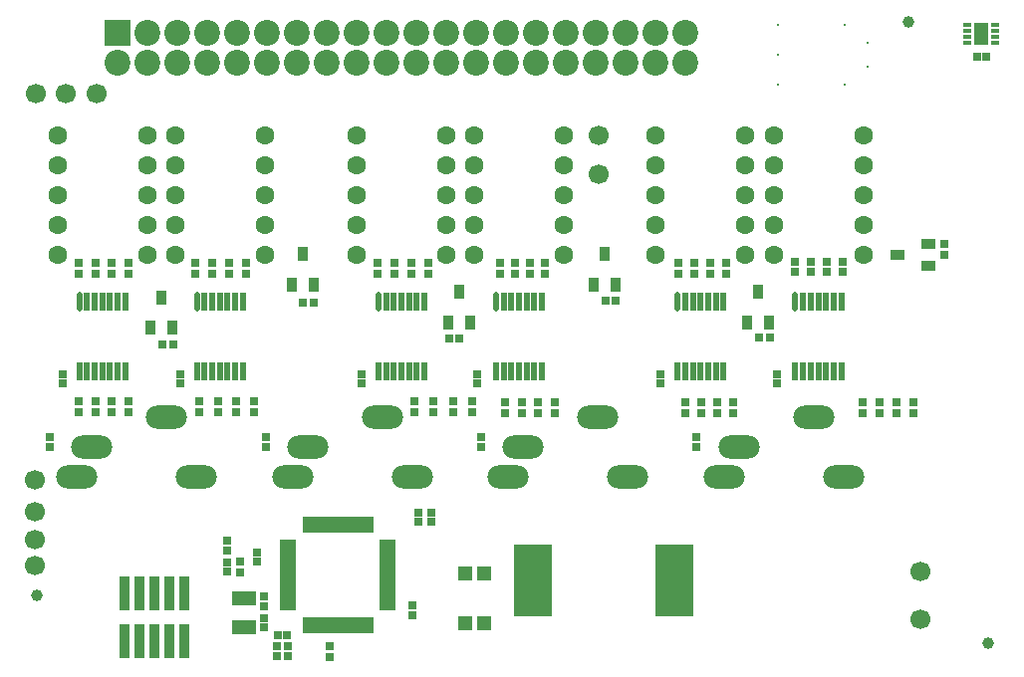
<source format=gbs>
G04*
G04 #@! TF.GenerationSoftware,Altium Limited,Altium Designer,23.9.2 (47)*
G04*
G04 Layer_Color=16711935*
%FSLAX44Y44*%
%MOMM*%
G71*
G04*
G04 #@! TF.SameCoordinates,77EFA038-BFC7-4AA8-AC78-54DD78BCB62B*
G04*
G04*
G04 #@! TF.FilePolarity,Negative*
G04*
G01*
G75*
%ADD11C,1.0000*%
%ADD13O,3.5000X2.0000*%
%ADD14C,0.2000*%
%ADD15R,2.2000X2.2000*%
%ADD16C,2.2000*%
%ADD17C,1.6000*%
%ADD45C,1.7000*%
%ADD46R,0.6500X0.7500*%
%ADD47R,0.9000X1.2000*%
%ADD48R,0.7500X0.6500*%
%ADD49R,1.2000X0.9000*%
%ADD50R,0.7500X0.4500*%
%ADD51R,1.2000X1.9000*%
%ADD52R,0.7200X0.7200*%
%ADD53R,0.7200X0.7200*%
%ADD54R,0.5500X1.4000*%
%ADD55R,1.4000X0.5500*%
%ADD56R,0.8500X2.9700*%
%ADD57R,2.1000X1.3000*%
%ADD58R,1.2000X1.2000*%
%ADD59R,0.5500X1.6500*%
%ADD60O,0.5500X1.6500*%
%ADD61R,3.2000X6.2000*%
D11*
X756000Y547000D02*
D03*
X14924Y60000D02*
D03*
X824000Y19000D02*
D03*
D13*
X599200Y160000D02*
D03*
X700800D02*
D03*
X675400Y210800D02*
D03*
X611900Y185400D02*
D03*
X415867Y160000D02*
D03*
X517467D02*
D03*
X492067Y210800D02*
D03*
X428567Y185400D02*
D03*
X232533Y160000D02*
D03*
X334133D02*
D03*
X308733Y210800D02*
D03*
X245233Y185400D02*
D03*
X49200Y160000D02*
D03*
X150800D02*
D03*
X125400Y210800D02*
D03*
X61900Y185400D02*
D03*
D14*
X644600Y519350D02*
D03*
Y493950D02*
D03*
Y544750D02*
D03*
X701750D02*
D03*
Y493950D02*
D03*
X720800Y529510D02*
D03*
Y509190D02*
D03*
D15*
X83700Y537700D02*
D03*
D16*
X109100D02*
D03*
X134500D02*
D03*
X159900D02*
D03*
X185300D02*
D03*
X210700D02*
D03*
X236100D02*
D03*
X261500D02*
D03*
X286900D02*
D03*
X312300D02*
D03*
X337700D02*
D03*
X363100D02*
D03*
X388500D02*
D03*
X413900D02*
D03*
X439300D02*
D03*
X464700D02*
D03*
X490100D02*
D03*
X515500D02*
D03*
X540900D02*
D03*
X566300D02*
D03*
X83700Y512300D02*
D03*
X109100D02*
D03*
X134500D02*
D03*
X159900D02*
D03*
X185300D02*
D03*
X210700D02*
D03*
X236100D02*
D03*
X261500D02*
D03*
X286900D02*
D03*
X312300D02*
D03*
X337700D02*
D03*
X363100D02*
D03*
X388500D02*
D03*
X413900D02*
D03*
X439300D02*
D03*
X464700D02*
D03*
X490100D02*
D03*
X515500D02*
D03*
X540900D02*
D03*
X566300D02*
D03*
D17*
X132580Y349200D02*
D03*
Y374600D02*
D03*
Y400000D02*
D03*
Y425400D02*
D03*
Y450800D02*
D03*
X208780Y349200D02*
D03*
Y374600D02*
D03*
Y400000D02*
D03*
Y425400D02*
D03*
Y450800D02*
D03*
X32580Y349200D02*
D03*
Y374600D02*
D03*
Y400000D02*
D03*
Y425400D02*
D03*
Y450800D02*
D03*
X108780Y349200D02*
D03*
Y374600D02*
D03*
Y400000D02*
D03*
Y425400D02*
D03*
Y450800D02*
D03*
X386900Y349200D02*
D03*
Y374600D02*
D03*
Y400000D02*
D03*
Y425400D02*
D03*
Y450800D02*
D03*
X463100Y349200D02*
D03*
Y374600D02*
D03*
Y400000D02*
D03*
Y425400D02*
D03*
Y450800D02*
D03*
X286900Y349200D02*
D03*
Y374600D02*
D03*
Y400000D02*
D03*
Y425400D02*
D03*
Y450800D02*
D03*
X363100Y349200D02*
D03*
Y374600D02*
D03*
Y400000D02*
D03*
Y425400D02*
D03*
Y450800D02*
D03*
X641220Y349200D02*
D03*
Y374600D02*
D03*
Y400000D02*
D03*
Y425400D02*
D03*
Y450800D02*
D03*
X717420Y349200D02*
D03*
Y374600D02*
D03*
Y400000D02*
D03*
Y425400D02*
D03*
Y450800D02*
D03*
X541220Y349200D02*
D03*
Y374600D02*
D03*
Y400000D02*
D03*
Y425400D02*
D03*
Y450800D02*
D03*
X617420Y349200D02*
D03*
Y374600D02*
D03*
Y400000D02*
D03*
Y425400D02*
D03*
Y450800D02*
D03*
D45*
X766000Y80000D02*
D03*
X66000Y486000D02*
D03*
X493000Y451000D02*
D03*
X14000Y486000D02*
D03*
X40000D02*
D03*
X766000Y39000D02*
D03*
X493000Y418000D02*
D03*
X13000Y157656D02*
D03*
Y130656D02*
D03*
Y106656D02*
D03*
Y84656D02*
D03*
D46*
X498396Y310666D02*
D03*
X507396D02*
D03*
X365500Y278000D02*
D03*
X374500D02*
D03*
X629000Y279000D02*
D03*
X638000D02*
D03*
X241418Y308920D02*
D03*
X250418D02*
D03*
X122000Y273000D02*
D03*
X131000D02*
D03*
X219208Y16684D02*
D03*
X228208D02*
D03*
X219208Y7684D02*
D03*
X228208D02*
D03*
D47*
X121000Y313000D02*
D03*
X130500Y287000D02*
D03*
X111500D02*
D03*
X241000Y350000D02*
D03*
X250500Y324000D02*
D03*
X231500D02*
D03*
X497500Y350000D02*
D03*
X507000Y324000D02*
D03*
X488000D02*
D03*
X374000Y318000D02*
D03*
X383500Y292000D02*
D03*
X364500D02*
D03*
X628000Y318000D02*
D03*
X637500Y292000D02*
D03*
X618500D02*
D03*
D48*
X786000Y349500D02*
D03*
Y358500D02*
D03*
X26000Y194500D02*
D03*
Y185500D02*
D03*
X177137Y106639D02*
D03*
Y97639D02*
D03*
X187431Y79500D02*
D03*
Y88500D02*
D03*
X264000Y7500D02*
D03*
Y16500D02*
D03*
X51000Y342500D02*
D03*
Y333500D02*
D03*
X65000Y342500D02*
D03*
Y333500D02*
D03*
X79000Y342500D02*
D03*
Y333500D02*
D03*
X93000Y342500D02*
D03*
Y333500D02*
D03*
X150000Y342500D02*
D03*
Y333500D02*
D03*
X164333Y342500D02*
D03*
Y333500D02*
D03*
X178667Y342500D02*
D03*
Y333500D02*
D03*
X193000Y342500D02*
D03*
Y333500D02*
D03*
X305000Y342500D02*
D03*
Y333500D02*
D03*
X319333Y342500D02*
D03*
Y333500D02*
D03*
X333667Y342500D02*
D03*
Y333500D02*
D03*
X348000Y342500D02*
D03*
Y333500D02*
D03*
X409000Y342500D02*
D03*
Y333500D02*
D03*
X421667Y342500D02*
D03*
Y333500D02*
D03*
X434333Y342500D02*
D03*
Y333500D02*
D03*
X447000Y342500D02*
D03*
Y333500D02*
D03*
X51000Y215500D02*
D03*
Y224500D02*
D03*
X65000Y215500D02*
D03*
Y224500D02*
D03*
X79000Y215500D02*
D03*
Y224500D02*
D03*
X93000Y215500D02*
D03*
Y224500D02*
D03*
X153217Y215500D02*
D03*
Y224500D02*
D03*
X168811Y215500D02*
D03*
Y224500D02*
D03*
X184405Y215500D02*
D03*
Y224500D02*
D03*
X200000Y215500D02*
D03*
Y224500D02*
D03*
X210000Y194500D02*
D03*
Y185500D02*
D03*
X336000Y215500D02*
D03*
Y224500D02*
D03*
X352333Y215500D02*
D03*
Y224500D02*
D03*
X368667Y215500D02*
D03*
Y224500D02*
D03*
X385000Y215500D02*
D03*
Y224500D02*
D03*
X393000Y194500D02*
D03*
Y185500D02*
D03*
X413000Y214500D02*
D03*
Y223500D02*
D03*
X427000Y214500D02*
D03*
Y223500D02*
D03*
X441000Y214500D02*
D03*
Y223500D02*
D03*
X455000Y214500D02*
D03*
Y223500D02*
D03*
X560000Y342500D02*
D03*
Y333500D02*
D03*
X573667Y342500D02*
D03*
Y333500D02*
D03*
X587333Y342500D02*
D03*
Y333500D02*
D03*
X601000Y342500D02*
D03*
Y333500D02*
D03*
X659000Y343500D02*
D03*
Y334500D02*
D03*
X672667Y343500D02*
D03*
Y334500D02*
D03*
X686333Y343500D02*
D03*
Y334500D02*
D03*
X700000Y343500D02*
D03*
Y334500D02*
D03*
X566000Y214500D02*
D03*
Y223500D02*
D03*
X579667Y214500D02*
D03*
Y223500D02*
D03*
X593333Y214500D02*
D03*
Y223500D02*
D03*
X607000Y214500D02*
D03*
Y223500D02*
D03*
X576000Y194500D02*
D03*
Y185500D02*
D03*
X717000Y214500D02*
D03*
Y223500D02*
D03*
X731333Y214500D02*
D03*
Y223500D02*
D03*
X745667Y214500D02*
D03*
Y223500D02*
D03*
X760000Y214500D02*
D03*
Y223500D02*
D03*
D49*
X747000Y349000D02*
D03*
X773000Y358500D02*
D03*
Y339500D02*
D03*
D50*
X829750Y544500D02*
D03*
Y539500D02*
D03*
Y534500D02*
D03*
Y529500D02*
D03*
X806250D02*
D03*
Y534500D02*
D03*
Y539500D02*
D03*
Y544500D02*
D03*
D51*
X818000Y537000D02*
D03*
D52*
X822000Y518000D02*
D03*
X814000D02*
D03*
X227708Y25684D02*
D03*
X219708D02*
D03*
D53*
X334000Y43000D02*
D03*
Y51000D02*
D03*
X177137Y79850D02*
D03*
Y87850D02*
D03*
X201941Y88403D02*
D03*
Y96403D02*
D03*
X208414Y58459D02*
D03*
Y50459D02*
D03*
X208299Y32208D02*
D03*
Y40209D02*
D03*
X339000Y122000D02*
D03*
Y130000D02*
D03*
X350000Y122000D02*
D03*
Y130000D02*
D03*
X37000Y240000D02*
D03*
Y248000D02*
D03*
X136618Y240000D02*
D03*
Y248000D02*
D03*
X291000Y240000D02*
D03*
Y248000D02*
D03*
X389000Y240000D02*
D03*
Y248000D02*
D03*
X545180Y240000D02*
D03*
Y248000D02*
D03*
X644000Y240000D02*
D03*
Y248000D02*
D03*
D54*
X243500Y34500D02*
D03*
X248500D02*
D03*
X253500D02*
D03*
X258500D02*
D03*
X263500D02*
D03*
X268500D02*
D03*
X273500D02*
D03*
X278500D02*
D03*
X283500D02*
D03*
X288500D02*
D03*
X293500D02*
D03*
X298500D02*
D03*
Y119500D02*
D03*
X293500D02*
D03*
X288500D02*
D03*
X283500D02*
D03*
X278500D02*
D03*
X273500D02*
D03*
X268500D02*
D03*
X263500D02*
D03*
X258500D02*
D03*
X253500D02*
D03*
X248500D02*
D03*
X243500D02*
D03*
D55*
X313500Y49500D02*
D03*
Y54500D02*
D03*
Y59500D02*
D03*
Y64500D02*
D03*
Y69500D02*
D03*
Y74500D02*
D03*
Y79500D02*
D03*
Y84500D02*
D03*
Y89500D02*
D03*
Y94500D02*
D03*
Y99500D02*
D03*
Y104500D02*
D03*
X228500D02*
D03*
Y99500D02*
D03*
Y94500D02*
D03*
Y89500D02*
D03*
Y84500D02*
D03*
Y79500D02*
D03*
Y74500D02*
D03*
Y69500D02*
D03*
Y64500D02*
D03*
Y59500D02*
D03*
Y54500D02*
D03*
Y49500D02*
D03*
D56*
X89200Y61300D02*
D03*
X101900D02*
D03*
X114600D02*
D03*
X127300D02*
D03*
X140000D02*
D03*
Y21000D02*
D03*
X127300D02*
D03*
X114600D02*
D03*
X101900D02*
D03*
X89200D02*
D03*
D57*
X191000Y32500D02*
D03*
Y57500D02*
D03*
D58*
X379000Y78000D02*
D03*
Y36000D02*
D03*
X395000Y78000D02*
D03*
Y36000D02*
D03*
D59*
X90180Y250500D02*
D03*
X83680D02*
D03*
X77180D02*
D03*
X70680D02*
D03*
X64180D02*
D03*
X57680D02*
D03*
X51180D02*
D03*
X90180Y309500D02*
D03*
X83680D02*
D03*
X77180D02*
D03*
X70680D02*
D03*
X64180D02*
D03*
X57680D02*
D03*
X190180Y250500D02*
D03*
X183680D02*
D03*
X177180D02*
D03*
X170680D02*
D03*
X164180D02*
D03*
X157680D02*
D03*
X151180D02*
D03*
X190180Y309500D02*
D03*
X183680D02*
D03*
X177180D02*
D03*
X170680D02*
D03*
X164180D02*
D03*
X157680D02*
D03*
X344500Y250500D02*
D03*
X338000D02*
D03*
X331500D02*
D03*
X325000D02*
D03*
X318500D02*
D03*
X312000D02*
D03*
X305500D02*
D03*
X344500Y309500D02*
D03*
X338000D02*
D03*
X331500D02*
D03*
X325000D02*
D03*
X318500D02*
D03*
X312000D02*
D03*
X444500Y250500D02*
D03*
X438000D02*
D03*
X431500D02*
D03*
X425000D02*
D03*
X418500D02*
D03*
X412000D02*
D03*
X405500D02*
D03*
X444500Y309500D02*
D03*
X438000D02*
D03*
X431500D02*
D03*
X425000D02*
D03*
X418500D02*
D03*
X412000D02*
D03*
X598820Y250500D02*
D03*
X592320D02*
D03*
X585820D02*
D03*
X579320D02*
D03*
X572820D02*
D03*
X566320D02*
D03*
X559820D02*
D03*
X598820Y309500D02*
D03*
X592320D02*
D03*
X585820D02*
D03*
X579320D02*
D03*
X572820D02*
D03*
X566320D02*
D03*
X698820Y250500D02*
D03*
X692320D02*
D03*
X685820D02*
D03*
X679320D02*
D03*
X672820D02*
D03*
X666320D02*
D03*
X659820D02*
D03*
X698820Y309500D02*
D03*
X692320D02*
D03*
X685820D02*
D03*
X679320D02*
D03*
X672820D02*
D03*
X666320D02*
D03*
D60*
X51180D02*
D03*
X151180D02*
D03*
X305500D02*
D03*
X405500D02*
D03*
X559820D02*
D03*
X659820D02*
D03*
D61*
X557000Y72000D02*
D03*
X437000D02*
D03*
M02*

</source>
